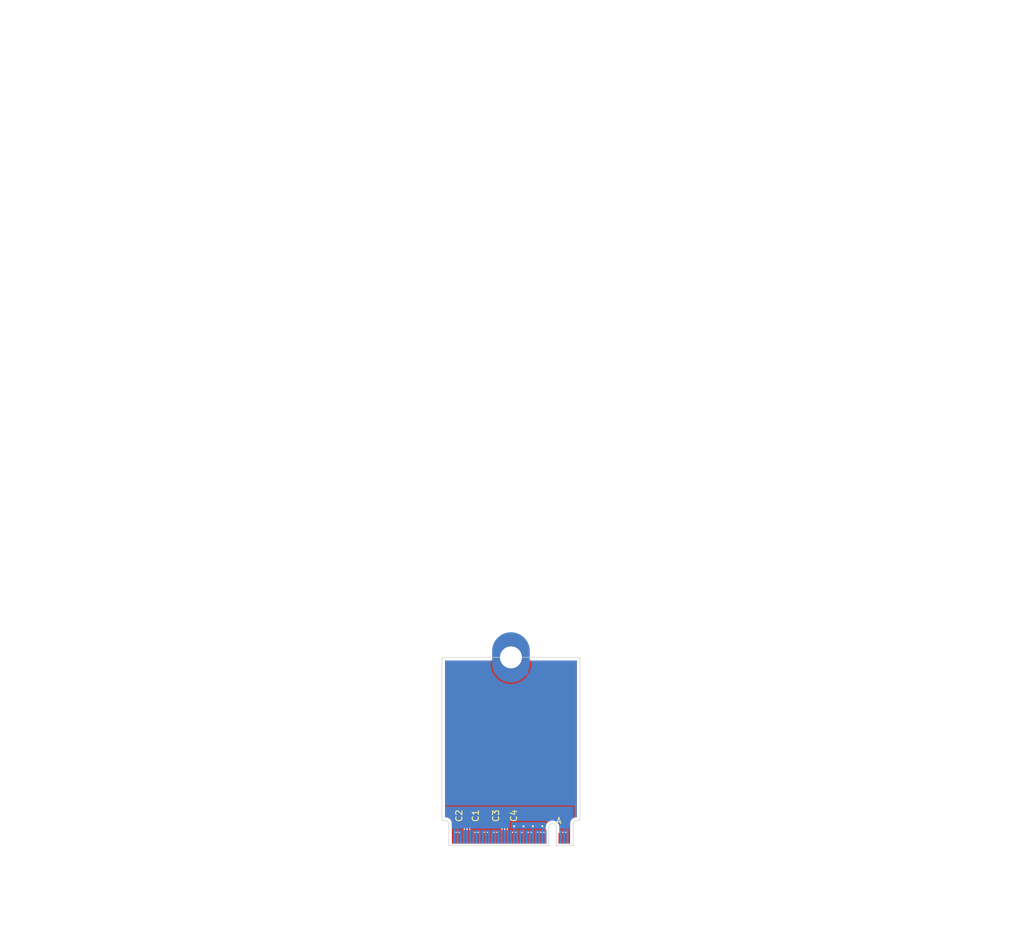
<source format=kicad_pcb>
(kicad_pcb (version 20241229) (generator "pcbnew") (generator_version "9.0")
  (layers (0 "F.Cu" signal) (2 "B.Cu" signal) (13 "F.Paste" user) (15 "B.Paste" user) (5 "F.SilkS" user "F.Silkscreen") (7 "B.SilkS" user "B.Silkscreen") (1 "F.Mask" user) (3 "B.Mask" user) (25 "Edge.Cuts" user))
  (net 0 "")
  (net 1 "/M.2 A Key/PET1P")
  (net 2 "/PET1+")
  (net 3 "/PET1-")
  (net 4 "/M.2 A Key/PET1N")
  (net 5 "/PET0-")
  (net 6 "/M.2 A Key/PET0N")
  (net 7 "/PET0+")
  (net 8 "/M.2 A Key/PET0P")
  (net 9 "GND")
  (net 10 "+3.3V")
  (net 11 "/USB_D-")
  (net 12 "/DP_AUX-")
  (net 14 "/REFCLK1+")
  (net 15 "/DP_ML0-")
  (net 16 "/CLKREQ1#")
  (net 17 "/LED#2")
  (net 18 "/I2C_DATA")
  (net 19 "/I2C_CLK")
  (net 20 "/DP_ML1-")
  (net 21 "/PER1+")
  (net 22 "/DP_ML1+")
  (net 23 "/PERST0#")
  (net 24 "/PERST1#")
  (net 25 "/DP_ML2+")
  (net 26 "/PER0-")
  (net 27 "/REFCLK0+")
  (net 29 "/DP_ML3-")
  (net 30 "/W_DISABLE2#")
  (net 31 "/DP_MLDIR")
  (net 33 "/PER1-")
  (net 34 "/USB_D+")
  (net 35 "/LED#1")
  (net 36 "/PEWAKE1#")
  (net 38 "/DP_HPD")
  (net 39 "/PEWAKE0#")
  (net 42 "/DP_ML2-")
  (net 44 "/CLKREQ0#")
  (net 45 "/ALERT#")
  (net 46 "/DP_ML0+")
  (net 47 "/DP_ML3+")
  (net 48 "/REFCLK1-")
  (net 49 "/PER0+")
  (net 50 "/REFCLK0-")
  (net 51 "/W_DISABLE1#")
  (net 52 "/SUSCLK")
  (net 53 "/DP_AUX+")
  (footprint "PCIexpress:M.2 A Key Connector" (layer "F.Cu") (at 140.251 158.521)
    (property "Reference" "J1")
    (property "Value" "~")
    (fp_line (start -11 -2.89) (end -10.425 -2.89) (stroke (width 0.1)) (layer "Edge.Cuts"))
    (fp_line (start -9.925 -2.39) (end -9.925 1.11) (stroke (width 0.1)) (layer "Edge.Cuts"))
    (fp_line (start 6.025 -1.79) (end 6.025 1.11) (stroke (width 0.1)) (layer "Edge.Cuts"))
    (fp_line (start 6.025 1.11) (end -9.925 1.11) (stroke (width 0.1)) (layer "Edge.Cuts"))
    (fp_line (start 7.225 -1.79) (end 7.225 1.11) (stroke (width 0.1)) (layer "Edge.Cuts"))
    (fp_line (start 7.225 1.11) (end 9.925 1.11) (stroke (width 0.1)) (layer "Edge.Cuts"))
    (fp_line (start 9.925 -2.39) (end 9.925 1.11) (stroke (width 0.1)) (layer "Edge.Cuts"))
    (fp_line (start 10.425 -2.89) (end 11 -2.89) (stroke (width 0.1)) (layer "Edge.Cuts"))
    (fp_arc (start -10.425 -2.89) (mid -10.071447 -2.743553) (end -9.925 -2.39) (stroke (width 0.1)) (layer "Edge.Cuts"))
    (fp_arc (start 6.025 -1.79) (mid 6.625 -2.39) (end 7.225 -1.79) (stroke (width 0.1)) (layer "Edge.Cuts"))
    (fp_arc (start 9.925 -2.39) (mid 10.071447 -2.743553) (end 10.425 -2.89) (stroke (width 0.1)) (layer "Edge.Cuts"))
    (fp_text user "A" (at 7.1 -2.255 0) (layer "F.SilkS") (effects (justify left bottom)))
    (pad "1" smd rect (at 9.25 -0.04 180) (size 0.35 1.7) (layers "F.Cu") (net 9 "GND"))
    (pad "2" smd rect (at 9 -0.29 180) (size 0.35 2.2) (layers "B.Cu") (net 10 "+3.3V"))
    (pad "3" smd rect (at 8.75 -0.04 180) (size 0.35 1.7) (layers "F.Cu") (net 34 "/USB_D+"))
    (pad "4" smd rect (at 8.5 -0.29 180) (size 0.35 2.2) (layers "B.Cu") (net 10 "+3.3V"))
    (pad "5" smd rect (at 8.25 -0.04 180) (size 0.35 1.7) (layers "F.Cu") (net 11 "/USB_D-"))
    (pad "6" smd rect (at 8 -0.29 180) (size 0.35 2.2) (layers "B.Cu") (net 35 "/LED#1"))
    (pad "7" smd rect (at 7.75 -0.04 180) (size 0.35 1.7) (layers "F.Cu") (net 9 "GND"))
    (pad "16" smd rect (at 5.5 -0.29 180) (size 0.35 2.2) (layers "B.Cu") (net 17 "/LED#2"))
    (pad "17" smd rect (at 5.25 -0.04 180) (size 0.35 1.7) (layers "F.Cu") (net 31 "/DP_MLDIR"))
    (pad "18" smd rect (at 5 -0.29 180) (size 0.35 2.2) (layers "B.Cu") (net 9 "GND"))
    (pad "19" smd rect (at 4.75 -0.04 180) (size 0.35 1.7) (layers "F.Cu") (net 29 "/DP_ML3-"))
    (pad "20" smd rect (at 4.5 -0.29 180) (size 0.35 2.2) (layers "B.Cu") (net 12 "/DP_AUX-"))
    (pad "21" smd rect (at 4.25 -0.04 180) (size 0.35 1.7) (layers "F.Cu") (net 47 "/DP_ML3+"))
    (pad "22" smd rect (at 4 -0.29 180) (size 0.35 2.2) (layers "B.Cu") (net 53 "/DP_AUX+"))
    (pad "23" smd rect (at 3.75 -0.04 180) (size 0.35 1.7) (layers "F.Cu") (net 9 "GND"))
    (pad "24" smd rect (at 3.5 -0.29 180) (size 0.35 2.2) (layers "B.Cu") (net 9 "GND"))
    (pad "25" smd rect (at 3.25 -0.04 180) (size 0.35 1.7) (layers "F.Cu") (net 42 "/DP_ML2-"))
    (pad "26" smd rect (at 3 -0.29 180) (size 0.35 2.2) (layers "B.Cu") (net 20 "/DP_ML1-"))
    (pad "27" smd rect (at 2.75 -0.04 180) (size 0.35 1.7) (layers "F.Cu") (net 25 "/DP_ML2+"))
    (pad "28" smd rect (at 2.5 -0.29 180) (size 0.35 2.2) (layers "B.Cu") (net 22 "/DP_ML1+"))
    (pad "29" smd rect (at 2.25 -0.04 180) (size 0.35 1.7) (layers "F.Cu") (net 9 "GND"))
    (pad "30" smd rect (at 2 -0.29 180) (size 0.35 2.2) (layers "B.Cu") (net 9 "GND"))
    (pad "31" smd rect (at 1.75 -0.04 180) (size 0.35 1.7) (layers "F.Cu") (net 38 "/DP_HPD"))
    (pad "32" smd rect (at 1.5 -0.29 180) (size 0.35 2.2) (layers "B.Cu") (net 15 "/DP_ML0-"))
    (pad "33" smd rect (at 1.25 -0.04 180) (size 0.35 1.7) (layers "F.Cu") (net 9 "GND"))
    (pad "34" smd rect (at 1 -0.29 180) (size 0.35 2.2) (layers "B.Cu") (net 46 "/DP_ML0+"))
    (pad "35" smd rect (at 0.75 -0.04 180) (size 0.35 1.7) (layers "F.Cu") (net 26 "/PER0-"))
    (pad "36" smd rect (at 0.5 -0.29 180) (size 0.35 2.2) (layers "B.Cu") (net 9 "GND"))
    (pad "37" smd rect (at 0.25 -0.04 180) (size 0.35 1.7) (layers "F.Cu") (net 49 "/PER0+"))
    (pad "38" smd rect (at 0 -0.29 180) (size 0.35 2.2) (layers "B.Cu"))
    (pad "39" smd rect (at -0.25 -0.04 180) (size 0.35 1.7) (layers "F.Cu") (net 9 "GND"))
    (pad "40" smd rect (at -0.5 -0.29 180) (size 0.35 2.2) (layers "B.Cu"))
    (pad "41" smd rect (at -0.75 -0.04 180) (size 0.35 1.7) (layers "F.Cu") (net 8 "/M.2 A Key/PET0P"))
    (pad "42" smd rect (at -1 -0.29 180) (size 0.35 2.2) (layers "B.Cu"))
    (pad "43" smd rect (at -1.25 -0.04 180) (size 0.35 1.7) (layers "F.Cu") (net 6 "/M.2 A Key/PET0N"))
    (pad "44" smd rect (at -1.5 -0.29 180) (size 0.35 2.2) (layers "B.Cu"))
    (pad "45" smd rect (at -1.75 -0.04 180) (size 0.35 1.7) (layers "F.Cu") (net 9 "GND"))
    (pad "46" smd rect (at -2 -0.29 180) (size 0.35 2.2) (layers "B.Cu"))
    (pad "47" smd rect (at -2.25 -0.04 180) (size 0.35 1.7) (layers "F.Cu") (net 27 "/REFCLK0+"))
    (pad "48" smd rect (at -2.5 -0.29 180) (size 0.35 2.2) (layers "B.Cu"))
    (pad "49" smd rect (at -2.75 -0.04 180) (size 0.35 1.7) (layers "F.Cu") (net 50 "/REFCLK0-"))
    (pad "50" smd rect (at -3 -0.29 180) (size 0.35 2.2) (layers "B.Cu") (net 52 "/SUSCLK"))
    (pad "51" smd rect (at -3.25 -0.04 180) (size 0.35 1.7) (layers "F.Cu") (net 9 "GND"))
    (pad "52" smd rect (at -3.5 -0.29 180) (size 0.35 2.2) (layers "B.Cu") (net 23 "/PERST0#"))
    (pad "53" smd rect (at -3.75 -0.04 180) (size 0.35 1.7) (layers "F.Cu") (net 44 "/CLKREQ0#"))
    (pad "54" smd rect (at -4 -0.29 180) (size 0.35 2.2) (layers "B.Cu") (net 30 "/W_DISABLE2#"))
    (pad "55" smd rect (at -4.25 -0.04 180) (size 0.35 1.7) (layers "F.Cu") (net 39 "/PEWAKE0#"))
    (pad "56" smd rect (at -4.5 -0.29 180) (size 0.35 2.2) (layers "B.Cu") (net 51 "/W_DISABLE1#"))
    (pad "57" smd rect (at -4.75 -0.04 180) (size 0.35 1.7) (layers "F.Cu") (net 9 "GND"))
    (pad "58" smd rect (at -5 -0.29 180) (size 0.35 2.2) (layers "B.Cu") (net 18 "/I2C_DATA"))
    (pad "59" smd rect (at -5.25 -0.04 180) (size 0.35 1.7) (layers "F.Cu") (net 21 "/PER1+"))
    (pad "60" smd rect (at -5.5 -0.29 180) (size 0.35 2.2) (layers "B.Cu") (net 19 "/I2C_CLK"))
    (pad "61" smd rect (at -5.75 -0.04 180) (size 0.35 1.7) (layers "F.Cu") (net 33 "/PER1-"))
    (pad "62" smd rect (at -6 -0.29 180) (size 0.35 2.2) (layers "B.Cu") (net 45 "/ALERT#"))
    (pad "63" smd rect (at -6.25 -0.04 180) (size 0.35 1.7) (layers "F.Cu") (net 9 "GND"))
    (pad "64" smd rect (at -6.5 -0.29 180) (size 0.35 2.2) (layers "B.Cu"))
    (pad "65" smd rect (at -6.75 -0.04 180) (size 0.35 1.7) (layers "F.Cu") (net 1 "/M.2 A Key/PET1P"))
    (pad "66" smd rect (at -7 -0.29 180) (size 0.35 2.2) (layers "B.Cu") (net 24 "/PERST1#"))
    (pad "67" smd rect (at -7.25 -0.04 180) (size 0.35 1.7) (layers "F.Cu") (net 4 "/M.2 A Key/PET1N"))
    (pad "68" smd rect (at -7.5 -0.29 180) (size 0.35 2.2) (layers "B.Cu") (net 16 "/CLKREQ1#"))
    (pad "69" smd rect (at -7.75 -0.04 180) (size 0.35 1.7) (layers "F.Cu") (net 9 "GND"))
    (pad "70" smd rect (at -8 -0.29 180) (size 0.35 2.2) (layers "B.Cu") (net 36 "/PEWAKE1#"))
    (pad "71" smd rect (at -8.25 -0.04 180) (size 0.35 1.7) (layers "F.Cu") (net 14 "/REFCLK1+"))
    (pad "72" smd rect (at -8.5 -0.29 180) (size 0.35 2.2) (layers "B.Cu") (net 10 "+3.3V"))
    (pad "73" smd rect (at -8.75 -0.04 180) (size 0.35 1.7) (layers "F.Cu") (net 48 "/REFCLK1-"))
    (pad "74" smd rect (at -9 -0.29 180) (size 0.35 2.2) (layers "B.Cu") (net 10 "+3.3V"))
    (pad "75" smd rect (at -9.25 -0.04 180) (size 0.35 1.7) (layers "F.Cu") (net 9 "GND"))
  )
  (footprint "Capacitor_SMD:C_0201_0603Metric" (layer "F.Cu") (at 139.601 154.885 90)
    (property "Reference" "C4" (at 0 1.109 90) (layer "F.SilkS"))
    (property "Value" "220nF")
    (pad "1" smd roundrect (at -0.32 0 90) (size 0.46 0.4) (layers "F.Cu" "F.Mask") (net 8 "/M.2 A Key/PET0P"))
    (pad "2" smd roundrect (at 0.32 0 90) (size 0.46 0.4) (layers "F.Cu" "F.Mask") (net 7 "/PET0+"))
  )
  (footprint "Capacitor_SMD:C_0201_0603Metric" (layer "F.Cu") (at 138.901 154.885 90)
    (property "Reference" "C3" (at 0 -1.05 90) (layer "F.SilkS"))
    (property "Value" "220nF")
    (pad "1" smd roundrect (at -0.32 0 90) (size 0.46 0.4) (layers "F.Cu" "F.Mask") (net 6 "/M.2 A Key/PET0N"))
    (pad "2" smd roundrect (at 0.32 0 90) (size 0.46 0.4) (layers "F.Cu" "F.Mask") (net 5 "/PET0-"))
  )
  (footprint "Capacitor_SMD:C_0201_0603Metric" (layer "F.Cu") (at 133.601 154.885 90)
    (property "Reference" "C1" (at 0.005 1.009 90) (layer "F.SilkS"))
    (property "Value" "220nF")
    (pad "1" smd roundrect (at -0.32 0 90) (size 0.46 0.4) (layers "F.Cu" "F.Mask") (net 1 "/M.2 A Key/PET1P"))
    (pad "2" smd roundrect (at 0.32 0 90) (size 0.46 0.4) (layers "F.Cu" "F.Mask") (net 2 "/PET1+"))
  )
  (footprint "PCIexpress:M.2 Mounting Pad" (layer "F.Cu") (at 140.251 129.631)
    (property "Reference" "H1")
    (property "Value" "MountingHole_Pad")
    (pad "1" thru_hole circle (at 0 0) (size 5.5 5.5) (drill 3.5) (property pad_prop_castellated) (layers "*.Cu" "*.Mask") (net 9 "GND") (padstack (mode front_inner_back) (layer "Inner" (shape circle) (size 5.5 5.5)) (layer "B.Cu" (shape oval) (size 6 8))))
  )
  (footprint "Capacitor_SMD:C_0201_0603Metric" (layer "F.Cu") (at 132.901 154.885 90)
    (property "Reference" "C2" (at -0.005 -0.921 90) (layer "F.SilkS"))
    (property "Value" "220nF")
    (pad "1" smd roundrect (at -0.32 0 90) (size 0.46 0.4) (layers "F.Cu" "F.Mask") (net 4 "/M.2 A Key/PET1N"))
    (pad "2" smd roundrect (at 0.32 0 90) (size 0.46 0.4) (layers "F.Cu" "F.Mask") (net 3 "/PET1-"))
  )
  (gr_line (start 129.251 129.631) (end 129.251 155.631) (stroke (width 0.1)) (layer "Edge.Cuts"))
  (gr_line (start 151.251 155.631) (end 151.251 129.631) (stroke (width 0.1)) (layer "Edge.Cuts"))
  (gr_line (start 151.251 129.631) (end 129.251 129.631) (stroke (width 0.1)) (layer "Edge.Cuts"))
  (segment (start 133.476 157.180999) (end 133.476 155.675001) (width 0.2) (layer "F.Cu") (net 1))
  (segment (start 133.476 155.675001) (end 133.601 155.550001) (width 0.2) (layer "F.Cu") (net 1))
  (segment (start 133.501 157.205999) (end 133.476 157.180999) (width 0.2) (layer "F.Cu") (net 1))
  (segment (start 133.501 158.481) (end 133.501 157.205999) (width 0.2) (layer "F.Cu") (net 1))
  (segment (start 133.601 155.550001) (end 133.601 155.205) (width 0.2) (layer "F.Cu") (net 1))
  (segment (start 133.001 157.205999) (end 133.026 157.180999) (width 0.2) (layer "F.Cu") (net 4))
  (segment (start 132.901 155.550001) (end 132.901 155.205) (width 0.2) (layer "F.Cu") (net 4))
  (segment (start 133.026 157.180999) (end 133.026 155.675001) (width 0.2) (layer "F.Cu") (net 4))
  (segment (start 133.001 158.481) (end 133.001 157.205999) (width 0.2) (layer "F.Cu") (net 4))
  (segment (start 133.026 155.675001) (end 132.901 155.550001) (width 0.2) (layer "F.Cu") (net 4))
  (segment (start 139.026 155.675001) (end 138.901 155.550001) (width 0.2) (layer "F.Cu") (net 6))
  (segment (start 139.001 158.481) (end 139.001 157.205999) (width 0.2) (layer "F.Cu") (net 6))
  (segment (start 138.901 155.550001) (end 138.901 155.205) (width 0.2) (layer "F.Cu") (net 6))
  (segment (start 139.001 157.205999) (end 139.026 157.180999) (width 0.2) (layer "F.Cu") (net 6))
  (segment (start 139.026 157.180999) (end 139.026 155.675001) (width 0.2) (layer "F.Cu") (net 6))
  (segment (start 139.601 155.550001) (end 139.601 155.205) (width 0.2) (layer "F.Cu") (net 8))
  (segment (start 139.476 157.180999) (end 139.476 155.675001) (width 0.2) (layer "F.Cu") (net 8))
  (segment (start 139.476 155.675001) (end 139.601 155.550001) (width 0.2) (layer "F.Cu") (net 8))
  (segment (start 139.501 157.205999) (end 139.476 157.180999) (width 0.2) (layer "F.Cu") (net 8))
  (segment (start 139.501 158.481) (end 139.501 157.205999) (width 0.2) (layer "F.Cu") (net 8))
  (via (at 143.751 156.55) (size 0.6) (drill 0.3) (layers "F.Cu" "B.Cu") (net 9))
  (via (at 140.751 156.55) (size 0.6) (drill 0.3) (layers "F.Cu" "B.Cu") (net 9))
  (via (at 145.251 156.55) (size 0.6) (drill 0.3) (layers "F.Cu" "B.Cu") (net 9))
  (via (at 142.251 156.55) (size 0.6) (drill 0.3) (layers "F.Cu" "B.Cu") (net 9))
  (zone (net 9) (net_name "GND") (layers "F.Cu" "B.Cu") (connect_pads (clearance 0.2)) (min_thickness 0.15) (fill yes (thermal_gap 0.25) (thermal_bridge_width 0.35))
    (polygon (pts (xy 129.25 129.63) (xy 151.25 129.63) (xy 151.251084 157.821) (xy 129.251084 157.821)))
  )
  (zone (net 9) (net_name "GND") (layer "B.Cu") (priority 2) (connect_pads (clearance 0.2)) (min_thickness 0.15) (fill yes (thermal_gap 0.25) (thermal_bridge_width 0.35))
    (polygon (pts (xy 140.26 156.935) (xy 140.26 155.91) (xy 145.815 155.91) (xy 145.815 156.935)))
  )
  (zone (net 10) (net_name "+3.3V") (layer "B.Cu") (priority 1) (connect_pads (clearance 0.2)) (min_thickness 0.1) (fill yes (thermal_gap 0.2) (thermal_bridge_width 0.25))
    (polygon (pts (xy 150.17 157.815) (xy 150.17 153.45) (xy 150.155 153.435) (xy 129.7 153.435) (xy 129.7 158.065) (xy 149.92 158.065)))
  )
)
</source>
